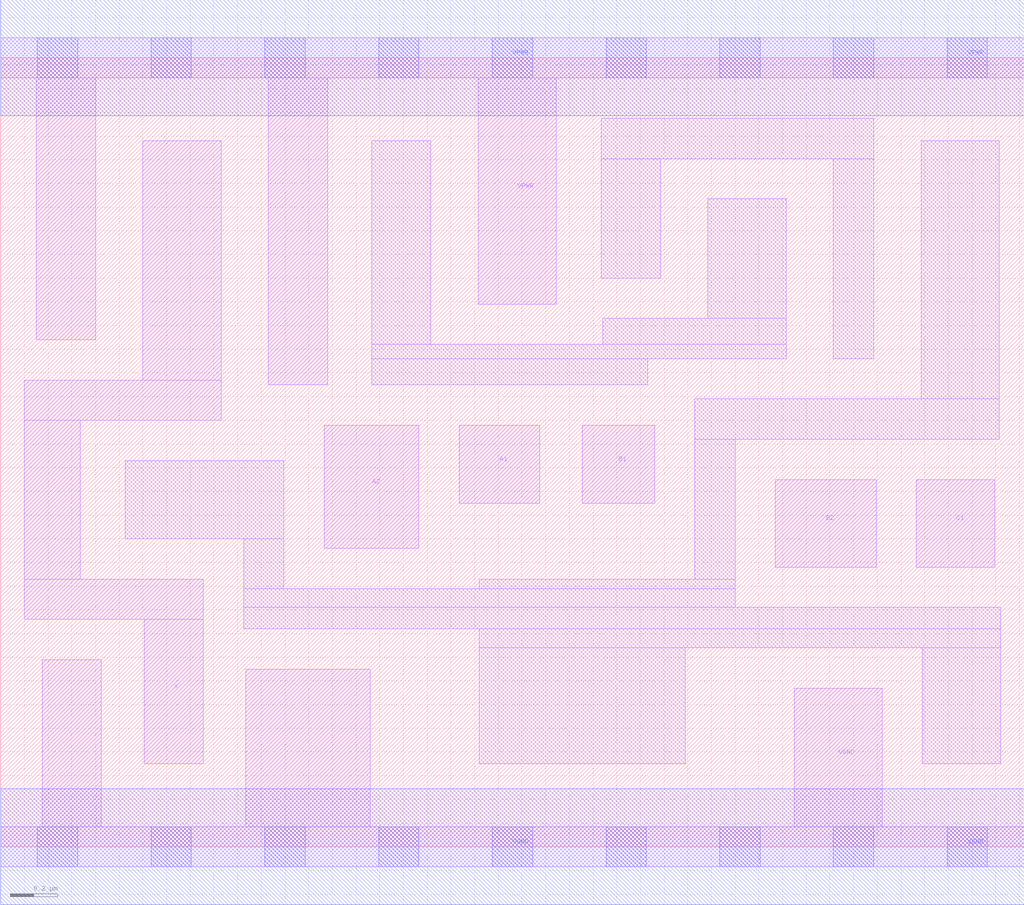
<source format=lef>
# Copyright 2020 The SkyWater PDK Authors
#
# Licensed under the Apache License, Version 2.0 (the "License");
# you may not use this file except in compliance with the License.
# You may obtain a copy of the License at
#
#     https://www.apache.org/licenses/LICENSE-2.0
#
# Unless required by applicable law or agreed to in writing, software
# distributed under the License is distributed on an "AS IS" BASIS,
# WITHOUT WARRANTIES OR CONDITIONS OF ANY KIND, either express or implied.
# See the License for the specific language governing permissions and
# limitations under the License.
#
# SPDX-License-Identifier: Apache-2.0

VERSION 5.7 ;
  NAMESCASESENSITIVE ON ;
  NOWIREEXTENSIONATPIN ON ;
  DIVIDERCHAR "/" ;
  BUSBITCHARS "[]" ;
UNITS
  DATABASE MICRONS 200 ;
END UNITS
MACRO sky130_fd_sc_ms__a221o_2
  CLASS CORE ;
  SOURCE USER ;
  FOREIGN sky130_fd_sc_ms__a221o_2 ;
  ORIGIN  0.000000  0.000000 ;
  SIZE  4.320000 BY  3.330000 ;
  SYMMETRY X Y ;
  SITE unit ;
  PIN A1
    ANTENNAGATEAREA  0.291000 ;
    DIRECTION INPUT ;
    USE SIGNAL ;
    PORT
      LAYER li1 ;
        RECT 1.935000 1.450000 2.275000 1.780000 ;
    END
  END A1
  PIN A2
    ANTENNAGATEAREA  0.291000 ;
    DIRECTION INPUT ;
    USE SIGNAL ;
    PORT
      LAYER li1 ;
        RECT 1.365000 1.260000 1.765000 1.780000 ;
    END
  END A2
  PIN B1
    ANTENNAGATEAREA  0.291000 ;
    DIRECTION INPUT ;
    USE SIGNAL ;
    PORT
      LAYER li1 ;
        RECT 2.455000 1.450000 2.760000 1.780000 ;
    END
  END B1
  PIN B2
    ANTENNAGATEAREA  0.291000 ;
    DIRECTION INPUT ;
    USE SIGNAL ;
    PORT
      LAYER li1 ;
        RECT 3.270000 1.180000 3.695000 1.550000 ;
    END
  END B2
  PIN C1
    ANTENNAGATEAREA  0.291000 ;
    DIRECTION INPUT ;
    USE SIGNAL ;
    PORT
      LAYER li1 ;
        RECT 3.865000 1.180000 4.195000 1.550000 ;
    END
  END C1
  PIN X
    ANTENNADIFFAREA  0.509600 ;
    DIRECTION OUTPUT ;
    USE SIGNAL ;
    PORT
      LAYER li1 ;
        RECT 0.100000 0.960000 0.855000 1.130000 ;
        RECT 0.100000 1.130000 0.335000 1.800000 ;
        RECT 0.100000 1.800000 0.930000 1.970000 ;
        RECT 0.600000 1.970000 0.930000 2.980000 ;
        RECT 0.605000 0.350000 0.855000 0.960000 ;
    END
  END X
  PIN VGND
    DIRECTION INOUT ;
    USE GROUND ;
    PORT
      LAYER li1 ;
        RECT 0.000000 -0.085000 4.320000 0.085000 ;
        RECT 0.175000  0.085000 0.425000 0.790000 ;
        RECT 1.035000  0.085000 1.560000 0.750000 ;
        RECT 3.350000  0.085000 3.720000 0.670000 ;
      LAYER mcon ;
        RECT 0.155000 -0.085000 0.325000 0.085000 ;
        RECT 0.635000 -0.085000 0.805000 0.085000 ;
        RECT 1.115000 -0.085000 1.285000 0.085000 ;
        RECT 1.595000 -0.085000 1.765000 0.085000 ;
        RECT 2.075000 -0.085000 2.245000 0.085000 ;
        RECT 2.555000 -0.085000 2.725000 0.085000 ;
        RECT 3.035000 -0.085000 3.205000 0.085000 ;
        RECT 3.515000 -0.085000 3.685000 0.085000 ;
        RECT 3.995000 -0.085000 4.165000 0.085000 ;
      LAYER met1 ;
        RECT 0.000000 -0.245000 4.320000 0.245000 ;
    END
  END VGND
  PIN VPWR
    DIRECTION INOUT ;
    USE POWER ;
    PORT
      LAYER li1 ;
        RECT 0.000000 3.245000 4.320000 3.415000 ;
        RECT 0.150000 2.140000 0.400000 3.245000 ;
        RECT 1.130000 1.950000 1.380000 3.245000 ;
        RECT 2.015000 2.290000 2.345000 3.245000 ;
      LAYER mcon ;
        RECT 0.155000 3.245000 0.325000 3.415000 ;
        RECT 0.635000 3.245000 0.805000 3.415000 ;
        RECT 1.115000 3.245000 1.285000 3.415000 ;
        RECT 1.595000 3.245000 1.765000 3.415000 ;
        RECT 2.075000 3.245000 2.245000 3.415000 ;
        RECT 2.555000 3.245000 2.725000 3.415000 ;
        RECT 3.035000 3.245000 3.205000 3.415000 ;
        RECT 3.515000 3.245000 3.685000 3.415000 ;
        RECT 3.995000 3.245000 4.165000 3.415000 ;
      LAYER met1 ;
        RECT 0.000000 3.085000 4.320000 3.575000 ;
    END
  END VPWR
  OBS
    LAYER li1 ;
      RECT 0.525000 1.300000 1.195000 1.630000 ;
      RECT 1.025000 0.920000 4.220000 1.010000 ;
      RECT 1.025000 1.010000 3.100000 1.090000 ;
      RECT 1.025000 1.090000 1.195000 1.300000 ;
      RECT 1.565000 1.950000 2.730000 2.060000 ;
      RECT 1.565000 2.060000 3.315000 2.120000 ;
      RECT 1.565000 2.120000 1.815000 2.980000 ;
      RECT 2.020000 0.350000 2.890000 0.840000 ;
      RECT 2.020000 0.840000 4.220000 0.920000 ;
      RECT 2.020000 1.090000 3.100000 1.130000 ;
      RECT 2.535000 2.400000 2.785000 2.905000 ;
      RECT 2.535000 2.905000 3.685000 3.075000 ;
      RECT 2.540000 2.120000 3.315000 2.230000 ;
      RECT 2.930000 1.130000 3.100000 1.720000 ;
      RECT 2.930000 1.720000 4.215000 1.890000 ;
      RECT 2.985000 2.230000 3.315000 2.735000 ;
      RECT 3.515000 2.060000 3.685000 2.905000 ;
      RECT 3.885000 1.890000 4.215000 2.980000 ;
      RECT 3.890000 0.350000 4.220000 0.840000 ;
  END
END sky130_fd_sc_ms__a221o_2

</source>
